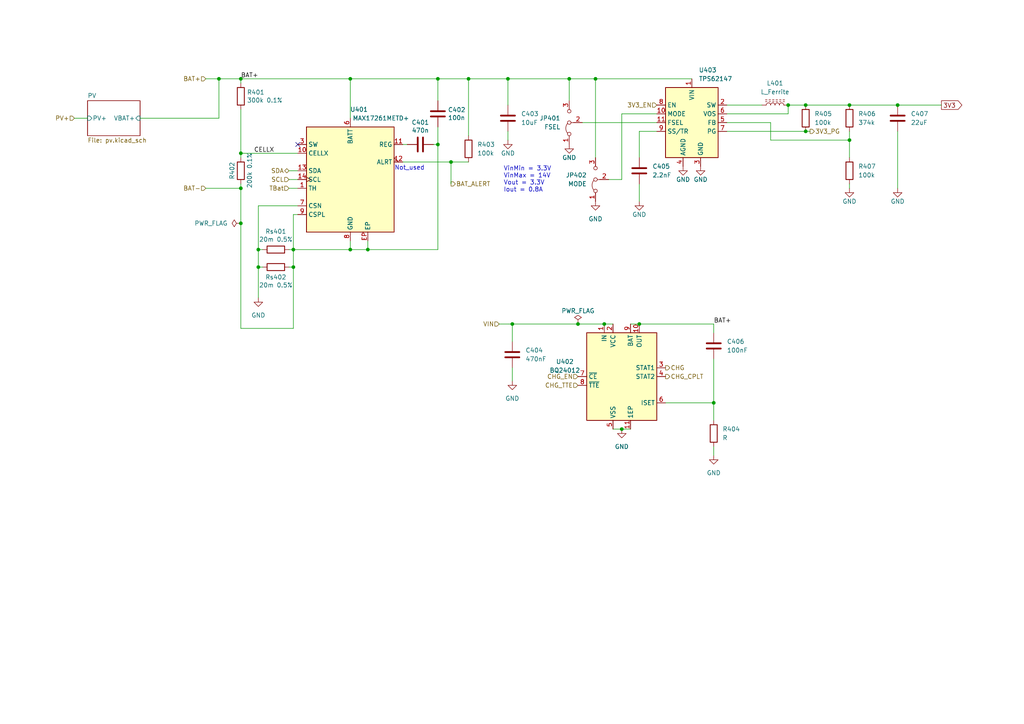
<source format=kicad_sch>
(kicad_sch (version 20211123) (generator eeschema)
  (paper "A4")
  (lib_symbols
    (symbol "Device:C" (pin_numbers hide) (pin_names (offset 0.254))
      (property "Reference" "C" (at 0.635 2.54 0))
      (property "Value" "C" (at 0.635 -2.54 0))
      (symbol "C_0_1"
        (polyline (pts (xy -2.032 -0.762) (xy 2.032 -0.762)) (stroke (width 0.508)))
        (polyline (pts (xy -2.032 0.762) (xy 2.032 0.762)) (stroke (width 0.508)))
      )
      (symbol "C_1_1"
        (pin passive line (at 0 3.81 270) (length 2.794) (name "~") (number "1"))
        (pin passive line (at 0 -3.81 90) (length 2.794) (name "~") (number "2"))
      )
    )
    (symbol "Device:L_Ferrite" (pin_numbers hide) (pin_names (offset 1.016) hide)
      (property "Reference" "L" (at -1.27 0 90))
      (property "Value" "L_Ferrite" (at 2.794 0 90))
      (symbol "L_Ferrite_0_1"
        (arc (start 0 -2.54) (mid 0.635 -1.905) (end 0 -1.27))
        (arc (start 0 -1.27) (mid 0.635 -0.635) (end 0 0))
        (polyline (pts (xy 1.016 -2.794) (xy 1.016 -2.286)))
        (polyline (pts (xy 1.016 -1.778) (xy 1.016 -1.27)))
        (polyline (pts (xy 1.016 -0.762) (xy 1.016 -0.254)))
        (polyline (pts (xy 1.016 0.254) (xy 1.016 0.762)))
        (polyline (pts (xy 1.016 1.27) (xy 1.016 1.778)))
        (polyline (pts (xy 1.016 2.286) (xy 1.016 2.794)))
        (polyline (pts (xy 1.524 -2.286) (xy 1.524 -2.794)))
        (polyline (pts (xy 1.524 -1.27) (xy 1.524 -1.778)))
        (polyline (pts (xy 1.524 -0.254) (xy 1.524 -0.762)))
        (polyline (pts (xy 1.524 0.762) (xy 1.524 0.254)))
        (polyline (pts (xy 1.524 1.778) (xy 1.524 1.27)))
        (polyline (pts (xy 1.524 2.794) (xy 1.524 2.286)))
        (arc (start 0 0) (mid 0.635 0.635) (end 0 1.27))
        (arc (start 0 1.27) (mid 0.635 1.905) (end 0 2.54))
      )
      (symbol "L_Ferrite_1_1"
        (pin passive line (at 0 3.81 270) (length 1.27) (name "1") (number "1"))
        (pin passive line (at 0 -3.81 90) (length 1.27) (name "2") (number "2"))
      )
    )
    (symbol "Device:R" (pin_numbers hide) (pin_names (offset 0))
      (property "Reference" "R" (at 2.032 0 90))
      (property "Value" "R" (at 0 0 90))
      (symbol "R_0_1"
        (rectangle (start -1.016 -2.54) (end 1.016 2.54) (stroke (width 0.254)))
      )
      (symbol "R_1_1"
        (pin passive line (at 0 3.81 270) (length 1.27) (name "~") (number "1"))
        (pin passive line (at 0 -3.81 90) (length 1.27) (name "~") (number "2"))
      )
    )
    (symbol "Jumper:Jumper_3_Bridged12" (pin_names (offset 0) hide)
      (property "Reference" "JP" (at -2.54 -2.54 0))
      (property "Value" "Jumper_3_Bridged12" (at 0 2.794 0))
      (symbol "Jumper_3_Bridged12_0_0"
        (circle (center -3.302 0) (radius 0.508))
        (circle (center 0 0) (radius 0.508))
        (circle (center 3.302 0) (radius 0.508))
      )
      (symbol "Jumper_3_Bridged12_0_1"
        (arc (start -0.254 0.508) (mid -1.651 0.9912) (end -3.048 0.508))
        (polyline (pts (xy 0 -1.27) (xy 0 -0.508)))
      )
      (symbol "Jumper_3_Bridged12_1_1"
        (pin passive line (at -6.35 0 0) (length 2.54) (name "A") (number "1"))
        (pin passive line (at 0 -3.81 90) (length 2.54) (name "C") (number "2"))
        (pin passive line (at 6.35 0 180) (length 2.54) (name "B") (number "3"))
      )
    )
    (symbol "lsf-kicad:BQ24013"
      (property "Reference" "U401" (at -16.51 4.3307 0))
      (property "Value" "BQ24013" (at -16.51 1.7907 0))
      (symbol "BQ24013_0_1"
        (rectangle (start -10.16 12.7) (end 10.16 -12.7) (stroke (width 0.254)) (fill (type background)))
      )
      (symbol "BQ24013_1_1"
        (pin power_in line (at -5.08 15.24 270) (length 2.54) (name "IN") (number "1"))
        (pin power_out line (at 5.08 15.24 270) (length 2.54) (name "OUT") (number "10"))
        (pin passive line (at 2.54 -15.24 90) (length 2.54) (name "1EP") (number "11"))
        (pin power_in line (at -2.54 15.24 270) (length 2.54) (name "VCC") (number "2"))
        (pin open_collector line (at 12.7 2.54 180) (length 2.54) (name "STAT1") (number "3"))
        (pin open_collector line (at 12.7 0 180) (length 2.54) (name "STAT2") (number "4"))
        (pin power_in line (at -2.54 -15.24 90) (length 2.54) (name "VSS") (number "5"))
        (pin output line (at 12.7 -7.62 180) (length 2.54) (name "ISET") (number "6"))
        (pin input line (at -12.7 0 0) (length 2.54) (name "~{CE}") (number "7"))
        (pin input line (at -12.7 -2.54 0) (length 2.54) (name "~{TTE}") (number "8"))
        (pin input line (at 2.54 15.24 270) (length 2.54) (name "BAT") (number "9"))
      )
    )
    (symbol "lsf-kicad:MAX17261METD+"
      (property "Reference" "U" (at 0 5.08 0))
      (property "Value" "MAX17261METD+" (at 0 1.27 0))
      (symbol "MAX17261METD+_0_1"
        (rectangle (start -12.7 15.24) (end 12.7 -15.24) (stroke (width 0.254)) (fill (type background)))
      )
      (symbol "MAX17261METD+_1_1"
        (pin input line (at -15.24 -2.54 0) (length 2.54) (name "TH") (number "1"))
        (pin passive line (at -15.24 7.62 0) (length 2.54) (name "CELLX") (number "10"))
        (pin power_out line (at 15.24 10.16 180) (length 2.54) (name "REG") (number "11"))
        (pin open_collector output_low (at 15.24 5.08 180) (length 2.54) (name "ALRT") (number "12"))
        (pin bidirectional line (at -15.24 2.54 0) (length 2.54) (name "SDA") (number "13"))
        (pin input clock (at -15.24 0 0) (length 2.54) (name "SCL") (number "14"))
        (pin no_connect line (at -10.16 -17.78 90) (length 2.54) hide (name "NC") (number "2"))
        (pin output line (at -15.24 10.16 0) (length 2.54) (name "SW") (number "3"))
        (pin no_connect line (at -7.62 -17.78 90) (length 2.54) hide (name "NC") (number "4"))
        (pin no_connect line (at -5.08 -17.78 90) (length 2.54) hide (name "NC") (number "5"))
        (pin power_in line (at 0 17.78 270) (length 2.54) (name "BATT") (number "6"))
        (pin passive line (at -15.24 -7.62 0) (length 2.54) (name "CSN") (number "7"))
        (pin power_in line (at 0 -17.78 90) (length 2.54) (name "GND") (number "8"))
        (pin passive line (at -15.24 -10.16 0) (length 2.54) (name "CSPL") (number "9"))
        (pin power_in line (at 5.08 -17.78 90) (length 2.54) (name "EP") (number "EP"))
      )
    )
    (symbol "lsf-kicad:TPS62147"
      (property "Reference" "U" (at -7.62 12.7 0))
      (property "Value" "TPS62147" (at 7.62 12.7 0))
      (symbol "TPS62147_0_1"
        (rectangle (start -7.62 10.16) (end 7.62 -10.16) (stroke (width 0.254)) (fill (type background)))
      )
      (symbol "TPS62147_1_1"
        (pin power_in line (at 0 12.7 270) (length 2.54) (name "VIN") (number "1"))
        (pin input line (at -10.16 2.54 0) (length 2.54) (name "MODE") (number "10"))
        (pin input line (at -10.16 0 0) (length 2.54) (name "FSEL") (number "11"))
        (pin passive line (at 10.16 5.08 180) (length 2.54) (name "SW") (number "2"))
        (pin power_in line (at 2.54 -12.7 90) (length 2.54) (name "GND") (number "3"))
        (pin power_in line (at -2.54 -12.7 90) (length 2.54) (name "AGND") (number "4"))
        (pin input line (at 10.16 0 180) (length 2.54) (name "FB") (number "5"))
        (pin input line (at 10.16 2.54 180) (length 2.54) (name "VOS") (number "6"))
        (pin open_collector line (at 10.16 -2.54 180) (length 2.54) (name "PG") (number "7"))
        (pin input line (at -10.16 5.08 0) (length 2.54) (name "EN") (number "8"))
        (pin input line (at -10.16 -2.54 0) (length 2.54) (name "SS/TR") (number "9"))
      )
    )
    (symbol "power:GND" (power) (pin_names (offset 0))
      (property "Value" "GND" (at 0 -3.81 0))
      (symbol "GND_0_1"
        (polyline (pts (xy 0 0) (xy 0 -1.27) (xy 1.27 -1.27) (xy 0 -2.54) (xy -1.27 -1.27) (xy 0 -1.27)))
      )
      (symbol "GND_1_1"
        (pin power_in line (at 0 0 270) (length 0) hide (name "GND") (number "1"))
      )
    )
    (symbol "power:PWR_FLAG" (power) (pin_numbers hide) (pin_names (offset 0) hide)
      (property "Value" "PWR_FLAG" (at 0 3.81 0))
      (symbol "PWR_FLAG_0_0"
        (pin power_out line (at 0 0 90) (length 0) (name "pwr") (number "1"))
      )
      (symbol "PWR_FLAG_0_1"
        (polyline (pts (xy 0 0) (xy 0 1.27) (xy -1.016 1.905) (xy 0 2.54) (xy 1.016 1.905) (xy 0 1.27)))
      )
    )
  )
  (junction (at 101.6 22.86))
  (junction (at 74.93 72.39))
  (junction (at 135.89 22.86))
  (junction (at 69.85 22.86))
  (junction (at 233.68 38.1))
  (junction (at 165.1 22.86))
  (junction (at 246.38 30.48))
  (junction (at 167.64 93.98))
  (junction (at 85.09 77.47))
  (junction (at 207.01 116.84))
  (junction (at 260.35 30.48))
  (junction (at 233.68 30.48))
  (junction (at 69.85 44.45))
  (junction (at 147.32 22.86))
  (junction (at 175.26 93.98))
  (junction (at 246.38 40.64))
  (junction (at 148.59 93.98))
  (junction (at 69.85 54.61))
  (junction (at 85.09 72.39))
  (junction (at 130.81 46.99))
  (junction (at 74.93 77.47))
  (junction (at 127 22.86))
  (junction (at 101.6 72.39))
  (junction (at 185.42 93.98))
  (junction (at 106.68 72.39))
  (junction (at 172.72 22.86))
  (junction (at 228.6 30.48))
  (junction (at 63.5 22.86))
  (junction (at 69.85 64.77))
  (junction (at 127 41.91))
  (junction (at 180.34 124.46))
  (no_connect (at 86.36 41.91))
  (wire (pts (xy 223.52 40.64) (xy 246.38 40.64)))
  (wire (pts (xy 207.01 104.14) (xy 207.01 116.84)))
  (wire (pts (xy 101.6 34.29) (xy 101.6 22.86)))
  (wire (pts (xy 167.64 93.98) (xy 175.26 93.98)))
  (wire (pts (xy 101.6 69.85) (xy 101.6 72.39)))
  (wire (pts (xy 40.64 34.29) (xy 63.5 34.29)))
  (wire (pts (xy 207.01 121.92) (xy 207.01 116.84)))
  (wire (pts (xy 127 41.91) (xy 127 72.39)))
  (wire (pts (xy 246.38 30.48) (xy 233.68 30.48)))
  (wire (pts (xy 69.85 44.45) (xy 69.85 45.72)))
  (wire (pts (xy 207.01 93.98) (xy 207.01 96.52)))
  (wire (pts (xy 233.68 38.1) (xy 210.82 38.1)))
  (wire (pts (xy 69.85 64.77) (xy 69.85 95.25)))
  (wire (pts (xy 228.6 33.02) (xy 228.6 30.48)))
  (wire (pts (xy 86.36 59.69) (xy 74.93 59.69)))
  (wire (pts (xy 69.85 54.61) (xy 69.85 53.34)))
  (wire (pts (xy 165.1 22.86) (xy 165.1 29.21)))
  (wire (pts (xy 127 41.91) (xy 125.73 41.91)))
  (wire (pts (xy 106.68 72.39) (xy 127 72.39)))
  (wire (pts (xy 185.42 93.98) (xy 207.01 93.98)))
  (wire (pts (xy 234.95 38.1) (xy 233.68 38.1)))
  (wire (pts (xy 207.01 116.84) (xy 193.04 116.84)))
  (wire (pts (xy 63.5 22.86) (xy 69.85 22.86)))
  (wire (pts (xy 210.82 30.48) (xy 220.98 30.48)))
  (wire (pts (xy 246.38 54.61) (xy 246.38 53.34)))
  (wire (pts (xy 180.34 52.07) (xy 176.53 52.07)))
  (wire (pts (xy 175.26 93.98) (xy 177.8 93.98)))
  (wire (pts (xy 83.82 52.07) (xy 86.36 52.07)))
  (wire (pts (xy 86.36 62.23) (xy 85.09 62.23)))
  (wire (pts (xy 101.6 22.86) (xy 127 22.86)))
  (wire (pts (xy 116.84 41.91) (xy 118.11 41.91)))
  (wire (pts (xy 74.93 77.47) (xy 74.93 86.36)))
  (wire (pts (xy 246.38 40.64) (xy 246.38 38.1)))
  (wire (pts (xy 135.89 22.86) (xy 135.89 39.37)))
  (wire (pts (xy 69.85 54.61) (xy 69.85 64.77)))
  (wire (pts (xy 76.2 77.47) (xy 74.93 77.47)))
  (wire (pts (xy 69.85 22.86) (xy 69.85 24.13)))
  (wire (pts (xy 127 22.86) (xy 135.89 22.86)))
  (wire (pts (xy 86.36 54.61) (xy 83.82 54.61)))
  (wire (pts (xy 130.81 46.99) (xy 130.81 53.34)))
  (wire (pts (xy 69.85 95.25) (xy 85.09 95.25)))
  (wire (pts (xy 106.68 72.39) (xy 101.6 72.39)))
  (wire (pts (xy 147.32 30.48) (xy 147.32 22.86)))
  (wire (pts (xy 69.85 31.75) (xy 69.85 44.45)))
  (wire (pts (xy 180.34 33.02) (xy 180.34 52.07)))
  (wire (pts (xy 116.84 46.99) (xy 130.81 46.99)))
  (wire (pts (xy 185.42 53.34) (xy 185.42 58.42)))
  (wire (pts (xy 130.81 46.99) (xy 135.89 46.99)))
  (wire (pts (xy 147.32 22.86) (xy 165.1 22.86)))
  (wire (pts (xy 210.82 33.02) (xy 228.6 33.02)))
  (wire (pts (xy 223.52 35.56) (xy 223.52 40.64)))
  (wire (pts (xy 172.72 22.86) (xy 200.66 22.86)))
  (wire (pts (xy 83.82 49.53) (xy 86.36 49.53)))
  (wire (pts (xy 21.59 34.29) (xy 25.4 34.29)))
  (wire (pts (xy 148.59 93.98) (xy 167.64 93.98)))
  (wire (pts (xy 106.68 69.85) (xy 106.68 72.39)))
  (wire (pts (xy 74.93 77.47) (xy 74.93 72.39)))
  (wire (pts (xy 59.69 54.61) (xy 69.85 54.61)))
  (wire (pts (xy 63.5 34.29) (xy 63.5 22.86)))
  (wire (pts (xy 144.78 93.98) (xy 148.59 93.98)))
  (wire (pts (xy 148.59 93.98) (xy 148.59 99.06)))
  (wire (pts (xy 210.82 35.56) (xy 223.52 35.56)))
  (wire (pts (xy 260.35 30.48) (xy 273.05 30.48)))
  (wire (pts (xy 168.91 35.56) (xy 190.5 35.56)))
  (wire (pts (xy 127 41.91) (xy 127 36.83)))
  (wire (pts (xy 135.89 22.86) (xy 147.32 22.86)))
  (wire (pts (xy 190.5 38.1) (xy 185.42 38.1)))
  (wire (pts (xy 74.93 72.39) (xy 76.2 72.39)))
  (wire (pts (xy 180.34 124.46) (xy 182.88 124.46)))
  (wire (pts (xy 182.88 93.98) (xy 185.42 93.98)))
  (wire (pts (xy 233.68 30.48) (xy 228.6 30.48)))
  (wire (pts (xy 85.09 72.39) (xy 101.6 72.39)))
  (wire (pts (xy 85.09 62.23) (xy 85.09 72.39)))
  (wire (pts (xy 85.09 95.25) (xy 85.09 77.47)))
  (wire (pts (xy 69.85 44.45) (xy 86.36 44.45)))
  (wire (pts (xy 147.32 40.64) (xy 147.32 38.1)))
  (wire (pts (xy 246.38 40.64) (xy 246.38 45.72)))
  (wire (pts (xy 260.35 54.61) (xy 260.35 38.1)))
  (wire (pts (xy 246.38 30.48) (xy 260.35 30.48)))
  (wire (pts (xy 165.1 22.86) (xy 172.72 22.86)))
  (wire (pts (xy 207.01 132.08) (xy 207.01 129.54)))
  (wire (pts (xy 177.8 124.46) (xy 180.34 124.46)))
  (wire (pts (xy 74.93 59.69) (xy 74.93 72.39)))
  (wire (pts (xy 148.59 106.68) (xy 148.59 110.49)))
  (wire (pts (xy 190.5 33.02) (xy 180.34 33.02)))
  (wire (pts (xy 127 29.21) (xy 127 22.86)))
  (wire (pts (xy 101.6 22.86) (xy 69.85 22.86)))
  (wire (pts (xy 85.09 72.39) (xy 85.09 77.47)))
  (wire (pts (xy 85.09 77.47) (xy 83.82 77.47)))
  (wire (pts (xy 185.42 38.1) (xy 185.42 45.72)))
  (wire (pts (xy 59.69 22.86) (xy 63.5 22.86)))
  (wire (pts (xy 172.72 22.86) (xy 172.72 45.72)))
  (wire (pts (xy 83.82 72.39) (xy 85.09 72.39)))
  (text "Not_used" (at 123.19 49.53 180) (effects (font (size 1.27 1.27)) (justify right bottom)))
  (text "VinMin = 3.3V\nVinMax = 14V\nVout = 3.3V\nIout = 0.8A" (at 146.05 55.88 0) (effects (font (size 1.27 1.27)) (justify left bottom)))
  (label "BAT+" (at 207.01 93.98 0))
  (label "BAT+" (at 69.85 22.86 0))
  (label "CELLX" (at 73.66 44.45 0))
  (global_label "3V3" (shape output) (at 273.05 30.48 0) (property "Intersheet References" "${INTERSHEET_REFS}" (effects hide)))
  (hierarchical_label "PV+" (shape input) (at 21.59 34.29 180))
  (hierarchical_label "CHG_EN" (shape input) (at 167.64 109.22 180))
  (hierarchical_label "BAT+" (shape input) (at 59.69 22.86 180))
  (hierarchical_label "CHG_TTE" (shape input) (at 167.64 111.76 180))
  (hierarchical_label "SDA" (shape bidirectional) (at 83.82 49.53 180))
  (hierarchical_label "3V3_PG" (shape output) (at 234.95 38.1 0))
  (hierarchical_label "TBat" (shape input) (at 83.82 54.61 180))
  (hierarchical_label "VIN" (shape input) (at 144.78 93.98 180))
  (hierarchical_label "CHG" (shape output) (at 193.04 106.68 0))
  (hierarchical_label "3V3_EN" (shape input) (at 190.5 30.48 180))
  (hierarchical_label "CHG_CPLT" (shape output) (at 193.04 109.22 0))
  (hierarchical_label "SCL" (shape input) (at 83.82 52.07 180))
  (hierarchical_label "BAT-" (shape input) (at 59.69 54.61 180))
  (hierarchical_label "BAT_ALERT" (shape output) (at 130.81 53.34 0))
  (symbol (lib_id "lsf-kicad:TPS62147") (at 200.66 35.56 0) (unit 1)
    (property "Reference" "U403" (at 202.6794 20.32 0) (effects (justify left)))
    (property "Value" "TPS62147" (at 202.6794 22.86 0) (effects (justify left)))
    (property "Datasheet" "https://www.ti.com/lit/ds/symlink/tps62147.pdf?ts=1647429059379&ref_url=https%253A%252F%252Fwww.ti.com%252Fproduct%252FTPS62147" (effects hide))
    (property "Part Number" "TPS62147" (effects hide))
  )
  (symbol (lib_id "Device:C") (at 185.42 49.53 0) (unit 1)
    (property "Reference" "C405" (at 189.23 48.2599 0) (effects (justify left)))
    (property "Value" "2.2nF" (at 189.23 50.7999 0) (effects (justify left)))
    (property "Footprint" "Capacitor_SMD:C_0402_1005Metric" (effects hide))
    (property "PartNumber" "GRM155R71E222KA01D" (effects hide))
    (property "Part Number" "GRM155R71E222KA01D" (effects hide))
  )
  (symbol (lib_id "Device:R") (at 207.01 125.73 0) (unit 1)
    (property "Reference" "R404" (at 209.55 124.4599 0) (effects (justify left)))
    (property "Value" "R" (at 209.55 126.9999 0) (effects (justify left)))
  )
  (symbol (lib_id "Device:C") (at 148.59 102.87 0) (unit 1)
    (property "Reference" "C404" (at 152.4 101.5999 0) (effects (justify left)))
    (property "Value" "470nF" (at 152.4 104.1399 0) (effects (justify left)))
  )
  (symbol (lib_id "power:GND") (at 165.1 41.91 0) (unit 1)
    (property "Reference" "#PWR0404" (effects hide))
    (property "Value" "GND" (at 165.1 45.72 0))
  )
  (symbol (lib_id "Device:R") (at 80.01 72.39 270) (unit 1)
    (property "Reference" "Rs401" (at 80.01 67.1322 90))
    (property "Value" "20m 0.5%" (at 80.01 69.4436 90))
    (property "Footprint" "Resistor_SMD:R_0603_1608Metric" (effects hide))
    (property "Part Number" "PE0603FRF070R02L" (effects hide))
    (property "PartNumber" "PE0603FRF070R02L" (effects hide))
  )
  (symbol (lib_id "Device:C") (at 207.01 100.33 0) (unit 1)
    (property "Reference" "C406" (at 210.82 99.0599 0) (effects (justify left)))
    (property "Value" "100nF" (at 210.82 101.5999 0) (effects (justify left)))
  )
  (symbol (lib_id "Jumper:Jumper_3_Bridged12") (at 165.1 35.56 90) (unit 1)
    (property "Reference" "JP401" (at 162.56 34.2899 90) (effects (justify left)))
    (property "Value" "FSEL" (at 162.56 36.8299 90) (effects (justify left)))
    (property "Footprint" "Jumper:SolderJumper-3_P1.3mm_Bridged2Bar12_Pad1.0x1.5mm_NumberLabels" (effects hide))
  )
  (symbol (lib_id "power:PWR_FLAG") (at 167.64 93.98 0) (unit 1)
    (property "Reference" "#FLG0402" (effects hide))
    (property "Value" "PWR_FLAG" (at 167.64 90.17 0))
  )
  (symbol (lib_id "Device:R") (at 233.68 34.29 0) (unit 1)
    (property "Reference" "R405" (at 236.22 33.0199 0) (effects (justify left)))
    (property "Value" "100k" (at 236.22 35.5599 0) (effects (justify left)))
    (property "Footprint" "Resistor_SMD:R_0402_1005Metric" (effects hide))
    (property "Part Number" "CRCW0402100KFKED" (effects hide))
  )
  (symbol (lib_id "power:GND") (at 185.42 58.42 0) (unit 1)
    (property "Reference" "#PWR0407" (effects hide))
    (property "Value" "GND" (at 185.42 62.23 0))
  )
  (symbol (lib_id "power:GND") (at 180.34 124.46 0) (unit 1)
    (property "Reference" "#PWR0406" (effects hide))
    (property "Value" "GND" (at 180.34 129.54 0))
  )
  (symbol (lib_id "Jumper:Jumper_3_Bridged12") (at 172.72 52.07 90) (unit 1)
    (property "Reference" "JP402" (at 170.18 50.7999 90) (effects (justify left)))
    (property "Value" "MODE" (at 170.18 53.3399 90) (effects (justify left)))
    (property "Footprint" "Jumper:SolderJumper-3_P1.3mm_Bridged2Bar12_Pad1.0x1.5mm_NumberLabels" (effects hide))
  )
  (symbol (lib_id "Device:C") (at 260.35 34.29 0) (unit 1)
    (property "Reference" "C407" (at 264.16 33.0199 0) (effects (justify left)))
    (property "Value" "22uF" (at 264.16 35.5599 0) (effects (justify left)))
    (property "Footprint" "Capacitor_SMD:C_0603_1608Metric" (effects hide))
    (property "Part Number" "GRM188R60J226MEA0D" (effects hide))
  )
  (symbol (lib_id "lsf-kicad:MAX17261METD+") (at 101.6 52.07 0) (unit 1)
    (property "Reference" "U401" (at 104.14 31.75 0))
    (property "Value" "MAX17261METD+" (at 110.49 34.29 0))
    (property "Footprint" "lsf-kicad-lib:TDFN-14-1EP_3x3mm_P0.4mm_EP1.7x2.3mm" (effects hide))
    (property "Datasheet" "https://datasheets.maximintegrated.com/en/ds/MAX17261.pdf" (effects hide))
    (property "Part Number" "MAX17261METD+" (effects hide))
    (property "PartNumber" "MAX17261METD+" (effects hide))
  )
  (symbol (lib_id "Device:R") (at 246.38 49.53 0) (unit 1)
    (property "Reference" "R407" (at 248.92 48.2599 0) (effects (justify left)))
    (property "Value" "100k" (at 248.92 50.7999 0) (effects (justify left)))
    (property "Footprint" "Resistor_SMD:R_0402_1005Metric" (effects hide))
    (property "Part Number" "CRCW0402100KFKED" (effects hide))
  )
  (symbol (lib_id "power:GND") (at 207.01 132.08 0) (unit 1)
    (property "Reference" "#PWR0410" (effects hide))
    (property "Value" "GND" (at 207.01 137.16 0))
  )
  (symbol (lib_id "Device:L_Ferrite") (at 224.79 30.48 90) (unit 1)
    (property "Reference" "L401" (at 224.79 24.13 90))
    (property "Value" "L_Ferrite" (at 224.79 26.67 90))
    (property "Footprint" "Inductor_SMD:L_Vishay_IHLP-1212" (effects hide))
    (property "Part Number" "IHLP1212BZER1R0M11" (effects hide))
  )
  (symbol (lib_id "power:GND") (at 147.32 40.64 0) (unit 1)
    (property "Reference" "#PWR0402" (effects hide))
    (property "Value" "GND" (at 147.32 44.45 0))
  )
  (symbol (lib_id "Device:C") (at 121.92 41.91 90) (unit 1)
    (property "Reference" "C401" (at 121.92 35.5092 90))
    (property "Value" "470n" (at 121.92 37.8206 90))
    (property "Footprint" "Capacitor_SMD:C_0603_1608Metric" (effects hide))
    (property "Part Number" "C0603C474K4RACAUTO " (effects hide))
    (property "PartNumber" "C0603C474K4RACAUTO " (effects hide))
  )
  (symbol (lib_id "Device:C") (at 147.32 34.29 0) (unit 1)
    (property "Reference" "C403" (at 151.13 33.0199 0) (effects (justify left)))
    (property "Value" "10uF" (at 151.13 35.5599 0) (effects (justify left)))
    (property "Footprint" "Capacitor_SMD:C_1206_3216Metric" (effects hide))
    (property "PartNumber" "GRM31CR61C106KA88L" (effects hide))
    (property "Part Number" "GRM31CR61C106KA88L" (effects hide))
  )
  (symbol (lib_id "power:GND") (at 172.72 58.42 0) (unit 1)
    (property "Reference" "#PWR0405" (effects hide))
    (property "Value" "GND" (at 172.72 63.5 0))
  )
  (symbol (lib_id "power:GND") (at 198.12 48.26 0) (unit 1)
    (property "Reference" "#PWR0408" (effects hide))
    (property "Value" "GND" (at 198.12 52.07 0))
  )
  (symbol (lib_id "Device:R") (at 69.85 49.53 0) (unit 1)
    (property "Reference" "R402" (at 67.31 52.07 90) (effects (justify left)))
    (property "Value" "200k 0.1%" (at 72.39 54.61 90) (effects (justify left)))
    (property "Footprint" "Resistor_SMD:R_0603_1608Metric" (effects hide))
    (property "Part Number" "ERA-3AEB204V" (effects hide))
    (property "PartNumber" "ERA-3AEB204V" (effects hide))
  )
  (symbol (lib_id "Device:R") (at 80.01 77.47 270) (unit 1)
    (property "Reference" "Rs402" (at 80.01 80.391 90))
    (property "Value" "20m 0.5%" (at 80.01 82.7024 90))
    (property "Footprint" "Resistor_SMD:R_0603_1608Metric" (effects hide))
    (property "Part Number" "PE0603FRF070R02L" (effects hide))
    (property "PartNumber" "PE0603FRF070R02L" (effects hide))
  )
  (symbol (lib_id "Device:R") (at 135.89 43.18 180) (unit 1)
    (property "Reference" "R403" (at 138.43 41.9099 0) (effects (justify right)))
    (property "Value" "100k" (at 138.43 44.4499 0) (effects (justify right)))
    (property "Footprint" "Resistor_SMD:R_0603_1608Metric" (effects hide))
  )
  (symbol (lib_id "Device:R") (at 246.38 34.29 0) (unit 1)
    (property "Reference" "R406" (at 248.92 33.0199 0) (effects (justify left)))
    (property "Value" "374k" (at 248.92 35.5599 0) (effects (justify left)))
    (property "Footprint" "Resistor_SMD:R_0402_1005Metric" (effects hide))
    (property "Part Number" "CRCW0402374KFKED" (effects hide))
  )
  (symbol (lib_id "Device:R") (at 69.85 27.94 0) (unit 1)
    (property "Reference" "R401" (at 71.628 26.7716 0) (effects (justify left)))
    (property "Value" "300k 0.1%" (at 71.628 29.083 0) (effects (justify left)))
    (property "Footprint" "Resistor_SMD:R_0603_1608Metric" (effects hide))
    (property "Part Number" "ERA-3AEB304V" (effects hide))
    (property "PartNumber" "ERA-3AEB304V" (effects hide))
  )
  (symbol (lib_id "power:GND") (at 260.35 54.61 0) (unit 1)
    (property "Reference" "#PWR0412" (effects hide))
    (property "Value" "GND" (at 260.35 58.42 0))
  )
  (symbol (lib_id "Device:C") (at 127 33.02 0) (unit 1)
    (property "Reference" "C402" (at 129.921 31.8516 0) (effects (justify left)))
    (property "Value" "100n" (at 129.921 34.163 0) (effects (justify left)))
    (property "Footprint" "Capacitor_SMD:C_0603_1608Metric" (effects hide))
    (property "Part Number" "C0603C104K5RAC3121 " (effects hide))
    (property "PartNumber" "C0603C104K5RAC3121 " (effects hide))
  )
  (symbol (lib_id "lsf-kicad:BQ24013") (at 180.34 109.22 0) (unit 1)
    (property "Reference" "U402" (at 163.83 104.8893 0))
    (property "Value" "BQ24012" (at 163.83 107.4293 0))
    (property "Footprint" "Package_SON:VSON-10-1EP_3x3mm_P0.5mm_EP1.65x2.4mm_ThermalVias" (effects hide))
    (property "Datasheet" "http://www.ti.com/lit/ds/symlink/bq24012.pdf" (effects hide))
  )
  (symbol (lib_id "power:PWR_FLAG") (at 69.85 64.77 90) (unit 1)
    (property "Reference" "#FLG0401" (effects hide))
    (property "Value" "PWR_FLAG" (at 66.04 64.7699 90) (effects (justify left)))
  )
  (symbol (lib_id "power:GND") (at 246.38 54.61 0) (unit 1)
    (property "Reference" "#PWR0411" (effects hide))
    (property "Value" "GND" (at 246.38 58.42 0))
  )
  (symbol (lib_id "power:GND") (at 148.59 110.49 0) (unit 1)
    (property "Reference" "#PWR0403" (effects hide))
    (property "Value" "GND" (at 148.59 115.57 0))
  )
  (symbol (lib_id "power:GND") (at 74.93 86.36 0) (unit 1)
    (property "Reference" "#PWR0401" (effects hide))
    (property "Value" "GND" (at 74.93 91.44 0))
  )
  (symbol (lib_id "power:GND") (at 203.2 48.26 0) (unit 1)
    (property "Reference" "#PWR0409" (effects hide))
    (property "Value" "GND" (at 203.2 52.07 0))
  )
  (sheet (at 25.4 29.21) (size 15.24 10.16) (stroke (width 0.1524))
    (property "Sheet name" "PV" (at 25.4 28.4984 0) (effects (justify left bottom)))
    (property "Sheet file" "pv.kicad_sch" (at 25.4 39.9546 0) (effects (justify left top)))
    (pin "VBAT+" input (at 40.64 34.29 0))
    (pin "PV+" input (at 25.4 34.29 180))
  )
)
</source>
